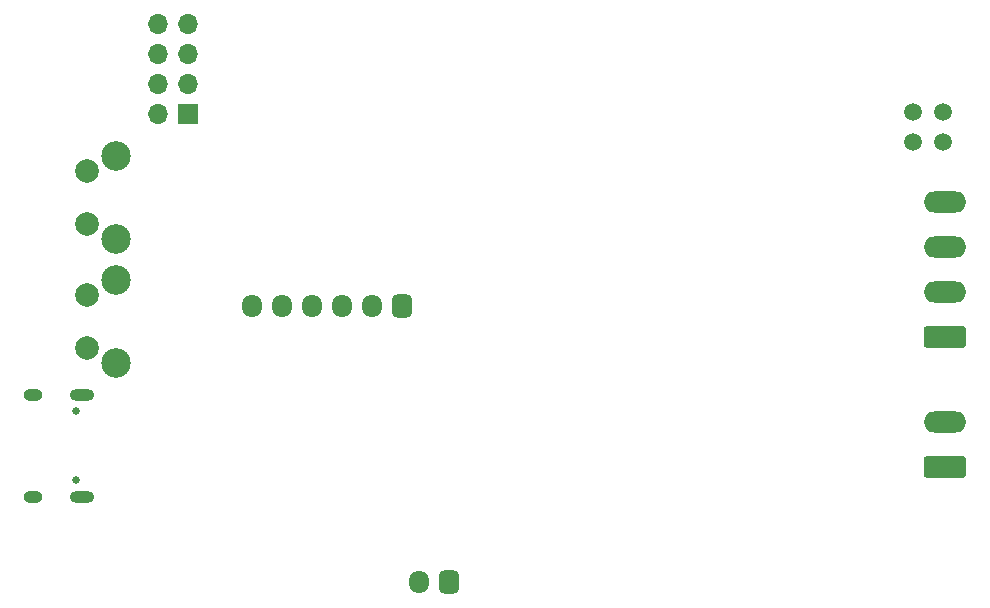
<source format=gbs>
G04 #@! TF.GenerationSoftware,KiCad,Pcbnew,8.0.2-8.0.2-0~ubuntu23.10.1*
G04 #@! TF.CreationDate,2024-05-02T10:41:37+07:00*
G04 #@! TF.ProjectId,Node_RS485,4e6f6465-5f52-4533-9438-352e6b696361,rev?*
G04 #@! TF.SameCoordinates,Original*
G04 #@! TF.FileFunction,Soldermask,Bot*
G04 #@! TF.FilePolarity,Negative*
%FSLAX46Y46*%
G04 Gerber Fmt 4.6, Leading zero omitted, Abs format (unit mm)*
G04 Created by KiCad (PCBNEW 8.0.2-8.0.2-0~ubuntu23.10.1) date 2024-05-02 10:41:37*
%MOMM*%
%LPD*%
G01*
G04 APERTURE LIST*
G04 Aperture macros list*
%AMRoundRect*
0 Rectangle with rounded corners*
0 $1 Rounding radius*
0 $2 $3 $4 $5 $6 $7 $8 $9 X,Y pos of 4 corners*
0 Add a 4 corners polygon primitive as box body*
4,1,4,$2,$3,$4,$5,$6,$7,$8,$9,$2,$3,0*
0 Add four circle primitives for the rounded corners*
1,1,$1+$1,$2,$3*
1,1,$1+$1,$4,$5*
1,1,$1+$1,$6,$7*
1,1,$1+$1,$8,$9*
0 Add four rect primitives between the rounded corners*
20,1,$1+$1,$2,$3,$4,$5,0*
20,1,$1+$1,$4,$5,$6,$7,0*
20,1,$1+$1,$6,$7,$8,$9,0*
20,1,$1+$1,$8,$9,$2,$3,0*%
G04 Aperture macros list end*
%ADD10RoundRect,0.425000X-0.425000X0.550000X-0.425000X-0.550000X0.425000X-0.550000X0.425000X0.550000X0*%
%ADD11O,1.700000X1.950000*%
%ADD12RoundRect,0.250000X1.550000X-0.650000X1.550000X0.650000X-1.550000X0.650000X-1.550000X-0.650000X0*%
%ADD13O,3.600000X1.800000*%
%ADD14C,1.500000*%
%ADD15R,1.700000X1.700000*%
%ADD16O,1.700000X1.700000*%
%ADD17C,2.000000*%
%ADD18C,2.500000*%
%ADD19C,0.650000*%
%ADD20O,2.100000X1.000000*%
%ADD21O,1.600000X1.000000*%
G04 APERTURE END LIST*
D10*
X145450000Y-121450000D03*
D11*
X142910000Y-121450000D03*
D12*
X187500000Y-111700000D03*
D13*
X187500000Y-107890000D03*
D14*
X187275000Y-84170000D03*
X187275000Y-81630000D03*
X184735000Y-84170000D03*
X184735000Y-81630000D03*
D15*
X123400000Y-81840000D03*
D16*
X120860000Y-81840000D03*
X123400000Y-79300000D03*
X120860000Y-79300000D03*
X123400000Y-76760000D03*
X120860000Y-76760000D03*
X123400000Y-74220000D03*
X120860000Y-74220000D03*
D17*
X114800000Y-86650000D03*
X114800000Y-91150000D03*
D18*
X117300000Y-85400000D03*
X117300000Y-92400000D03*
D17*
X114800000Y-97150000D03*
X114800000Y-101650000D03*
D18*
X117300000Y-95900000D03*
X117300000Y-102900000D03*
D12*
X187500000Y-100730000D03*
D13*
X187500000Y-96920000D03*
X187500000Y-93110000D03*
X187500000Y-89300000D03*
D19*
X113900000Y-107010000D03*
X113900000Y-112790000D03*
D20*
X114430000Y-105580000D03*
D21*
X110250000Y-105580000D03*
D20*
X114430000Y-114220000D03*
D21*
X110250000Y-114220000D03*
D10*
X141505000Y-98100000D03*
D11*
X138965000Y-98100000D03*
X136425000Y-98100000D03*
X133885000Y-98100000D03*
X131345000Y-98100000D03*
X128805000Y-98100000D03*
M02*

</source>
